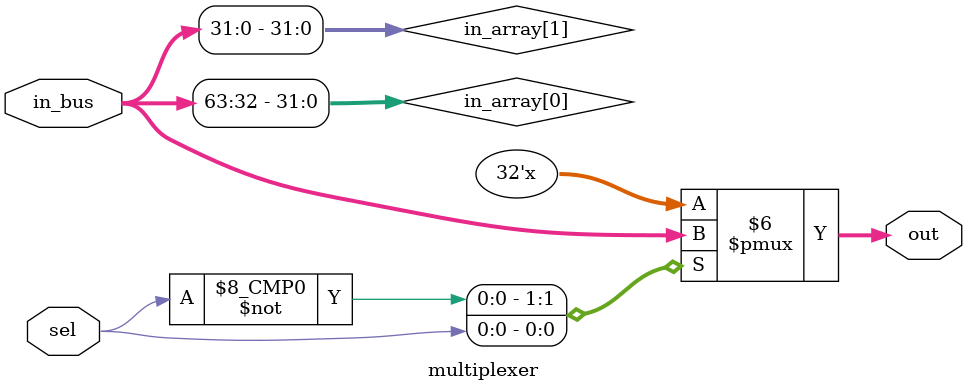
<source format=sv>
module multiplexer #(
	parameter WIDTH = 32,
	parameter CHANNELS = 2
) (
	input  logic [$clog2(CHANNELS)-1:0] sel,
	input  logic [(CHANNELS*WIDTH)-1:0] in_bus,
	output logic            [WIDTH-1:0] out
);

	genvar ig;
	
	logic [WIDTH-1:0] in_array [CHANNELS];
	assign out = in_array[sel];
	
	for(ig = 0; ig < CHANNELS; ig = ig + 1) begin
		assign in_array[(CHANNELS - 1) - ig] = in_bus[ig * WIDTH +: WIDTH];
	end

endmodule
</source>
